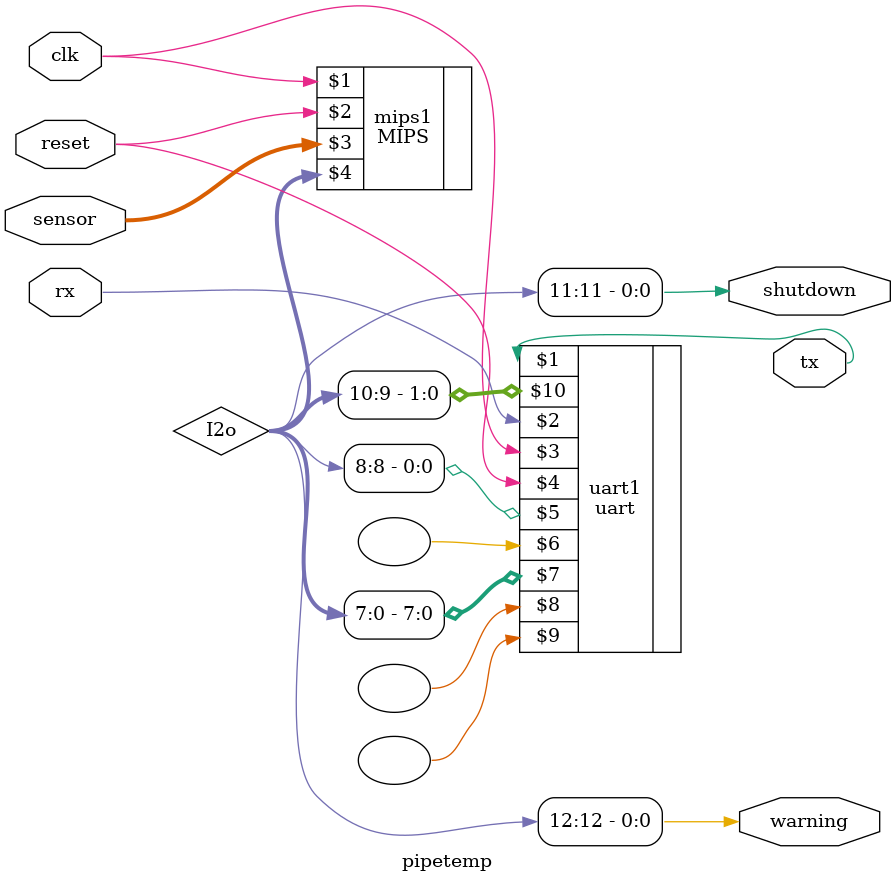
<source format=v>
module pipetemp (clk , reset , rx , sensor , tx , warning , shutdown);


	input 
		clk,
		reset, 
		rx;

	inout [7:0] sensor;

	output 
		tx,
		warning,
		shutdown;

	wire [31:0] I2o;
	
	assign shutdown = I2o [11];
	assign warning = I2o [12];


	uart uart1 (tx , rx , clk , reset , I2o [8] ,, I2o [7:0] ,,, I2o [10:9]);
	MIPS mips1 (clk , reset , sensor , I2o ,);


endmodule
</source>
